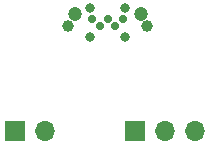
<source format=gbr>
%TF.GenerationSoftware,KiCad,Pcbnew,(5.1.9)-1*%
%TF.CreationDate,2021-11-20T22:05:49-05:00*%
%TF.ProjectId,uUSB male BOB,75555342-206d-4616-9c65-20424f422e6b,rev?*%
%TF.SameCoordinates,Original*%
%TF.FileFunction,Soldermask,Bot*%
%TF.FilePolarity,Negative*%
%FSLAX46Y46*%
G04 Gerber Fmt 4.6, Leading zero omitted, Abs format (unit mm)*
G04 Created by KiCad (PCBNEW (5.1.9)-1) date 2021-11-20 22:05:49*
%MOMM*%
%LPD*%
G01*
G04 APERTURE LIST*
%ADD10O,1.700000X1.700000*%
%ADD11R,1.700000X1.700000*%
%ADD12C,1.000000*%
%ADD13C,1.200000*%
%ADD14C,0.800000*%
%ADD15C,0.700000*%
G04 APERTURE END LIST*
D10*
%TO.C,J3*%
X165735000Y-66675000D03*
X163195000Y-66675000D03*
D11*
X160655000Y-66675000D03*
%TD*%
D10*
%TO.C,J2*%
X153035000Y-66675000D03*
D11*
X150495000Y-66675000D03*
%TD*%
D12*
%TO.C,J1*%
X161670000Y-57755000D03*
D13*
X161145000Y-56715000D03*
D14*
X159845000Y-56215000D03*
X159845000Y-58715000D03*
X156845000Y-58715000D03*
X156845000Y-56215000D03*
D13*
X155545000Y-56715000D03*
D12*
X155020000Y-57755000D03*
D15*
X159645000Y-57135000D03*
X158995000Y-57785000D03*
X158345000Y-57135000D03*
X157695000Y-57785000D03*
X157045000Y-57135000D03*
%TD*%
M02*

</source>
